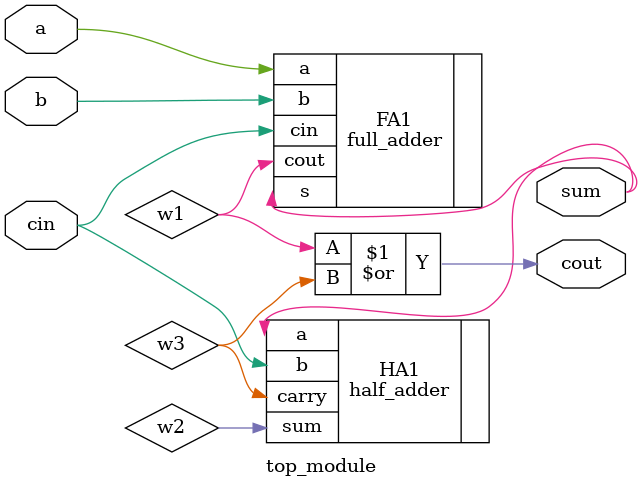
<source format=sv>
module top_module (
    input a,
    input b,
    input cin,
    output cout,
    output sum
);

    // Internal wires declaration
    wire w1, w2, w3;

    // Instantiate full adder
    full_adder FA1(.a(a), .b(b), .cin(cin), .s(sum), .cout(w1));

    // Instantiate half adder
    half_adder HA1(.a(sum), .b(cin), .sum(w2), .carry(w3));

    // Output connections
    assign cout = w1 | w3;

endmodule

</source>
